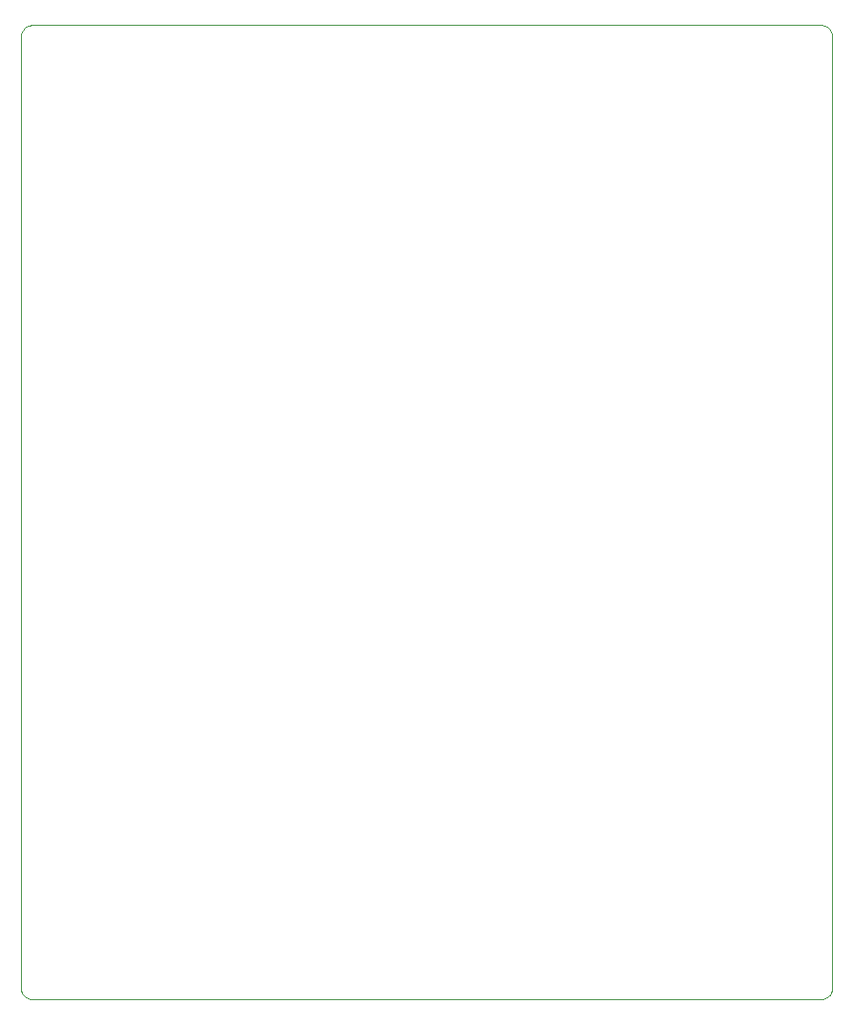
<source format=gm1>
G04 #@! TF.GenerationSoftware,KiCad,Pcbnew,7.0.2-6a45011f42~172~ubuntu22.04.1*
G04 #@! TF.CreationDate,2023-05-22T20:20:29+08:00*
G04 #@! TF.ProjectId,panel_4_3,70616e65-6c5f-4345-9f33-2e6b69636164,rev?*
G04 #@! TF.SameCoordinates,Original*
G04 #@! TF.FileFunction,Profile,NP*
%FSLAX46Y46*%
G04 Gerber Fmt 4.6, Leading zero omitted, Abs format (unit mm)*
G04 Created by KiCad (PCBNEW 7.0.2-6a45011f42~172~ubuntu22.04.1) date 2023-05-22 20:20:29*
%MOMM*%
%LPD*%
G01*
G04 APERTURE LIST*
G04 #@! TA.AperFunction,Profile*
%ADD10C,0.100000*%
G04 #@! TD*
G04 APERTURE END LIST*
D10*
X72000000Y-43200000D02*
X72000000Y-24200000D01*
X528603Y-118078D02*
X444429Y-168530D01*
X4815Y-85498017D02*
X19214Y-85595090D01*
X71707106Y-86107106D02*
X71773010Y-86034393D01*
X0Y-81200000D02*
X0Y-81400000D01*
X43059Y-85690284D02*
X76120Y-85782683D01*
X72000000Y-24200000D02*
X72000000Y-5200000D01*
X72000000Y-81200000D02*
X72000000Y-62200000D01*
X1000000Y-86400000D02*
X71000000Y-86400000D01*
X71290284Y-43059D02*
X71195090Y-19214D01*
X71000000Y-86400000D02*
X71098017Y-86395184D01*
X709715Y-86356940D02*
X804909Y-86380785D01*
X71980785Y-804909D02*
X71956940Y-709715D01*
X617316Y-76120D02*
X528603Y-118078D01*
X71471396Y-118078D02*
X71382683Y-76120D01*
X71923879Y-85782683D02*
X71956940Y-85690284D01*
X901982Y-4815D02*
X804909Y-19214D01*
X76120Y-85782683D02*
X118078Y-85871396D01*
X709715Y-43059D02*
X617316Y-76120D01*
X71195090Y-19214D02*
X71098017Y-4815D01*
X71773010Y-365606D02*
X71707106Y-292893D01*
X71831469Y-444429D02*
X71773010Y-365606D01*
X0Y-1000000D02*
X0Y-5000000D01*
X0Y-5200000D02*
X0Y-24200000D01*
X71634393Y-86173010D02*
X71707106Y-86107106D01*
X71995184Y-901982D02*
X71980785Y-804909D01*
X226989Y-86034393D02*
X292893Y-86107106D01*
X71290284Y-86356940D02*
X71382683Y-86323879D01*
X444429Y-86231469D02*
X528603Y-86281921D01*
X901982Y-86395184D02*
X1000000Y-86400000D01*
X1000000Y0D02*
X901982Y-4815D01*
X528603Y-86281921D02*
X617316Y-86323879D01*
X71707106Y-292893D02*
X71634393Y-226989D01*
X804909Y-86380785D02*
X901982Y-86395184D01*
X72000000Y-81400000D02*
X72000000Y-81200000D01*
X0Y-43200000D02*
X0Y-62200000D01*
X0Y-24200000D02*
X0Y-43200000D01*
X19214Y-85595090D02*
X43059Y-85690284D01*
X617316Y-86323879D02*
X709715Y-86356940D01*
X118078Y-528603D02*
X76120Y-617316D01*
X0Y-81400000D02*
X0Y-85400000D01*
X4815Y-901982D02*
X0Y-1000000D01*
X71881921Y-85871396D02*
X71923879Y-85782683D01*
X71956940Y-709715D02*
X71923879Y-617316D01*
X168530Y-444429D02*
X118078Y-528603D01*
X71956940Y-85690284D02*
X71980785Y-85595090D01*
X71555570Y-168530D02*
X71471396Y-118078D01*
X71980785Y-85595090D02*
X71995184Y-85498017D01*
X72000000Y-5200000D02*
X72000000Y-5000000D01*
X709715Y-43059D02*
X709715Y-43059D01*
X365606Y-86173010D02*
X444429Y-86231469D01*
X72000000Y-1000000D02*
X71995184Y-901982D01*
X43059Y-709715D02*
X19214Y-804909D01*
X0Y-85400000D02*
X4815Y-85498017D01*
X71098017Y-86395184D02*
X71195090Y-86380785D01*
X76120Y-617316D02*
X43059Y-709715D01*
X168530Y-85955570D02*
X226989Y-86034393D01*
X71382683Y-76120D02*
X71290284Y-43059D01*
X19214Y-804909D02*
X4815Y-901982D01*
X118078Y-85871396D02*
X168530Y-85955570D01*
X72000000Y-85400000D02*
X72000000Y-81400000D01*
X71634393Y-226989D02*
X71555570Y-168530D01*
X71555570Y-86231469D02*
X71634393Y-86173010D01*
X226989Y-365606D02*
X168530Y-444429D01*
X72000000Y-62200000D02*
X72000000Y-43200000D01*
X292893Y-292893D02*
X226989Y-365606D01*
X71881921Y-528603D02*
X71831469Y-444429D01*
X72000000Y-5000000D02*
X72000000Y-1000000D01*
X0Y-62200000D02*
X0Y-81200000D01*
X71195090Y-86380785D02*
X71290284Y-86356940D01*
X71773010Y-86034393D02*
X71831469Y-85955570D01*
X444429Y-168530D02*
X365606Y-226989D01*
X0Y-5000000D02*
X0Y-5200000D01*
X365606Y-226989D02*
X292893Y-292893D01*
X71098017Y-4815D02*
X71000000Y0D01*
X71382683Y-86323879D02*
X71471396Y-86281921D01*
X71000000Y0D02*
X1000000Y0D01*
X71831469Y-85955570D02*
X71881921Y-85871396D01*
X71995184Y-85498017D02*
X72000000Y-85400000D01*
X804909Y-19214D02*
X709715Y-43059D01*
X292893Y-86107106D02*
X365606Y-86173010D01*
X71471396Y-86281921D02*
X71555570Y-86231469D01*
X71923879Y-617316D02*
X71881921Y-528603D01*
M02*

</source>
